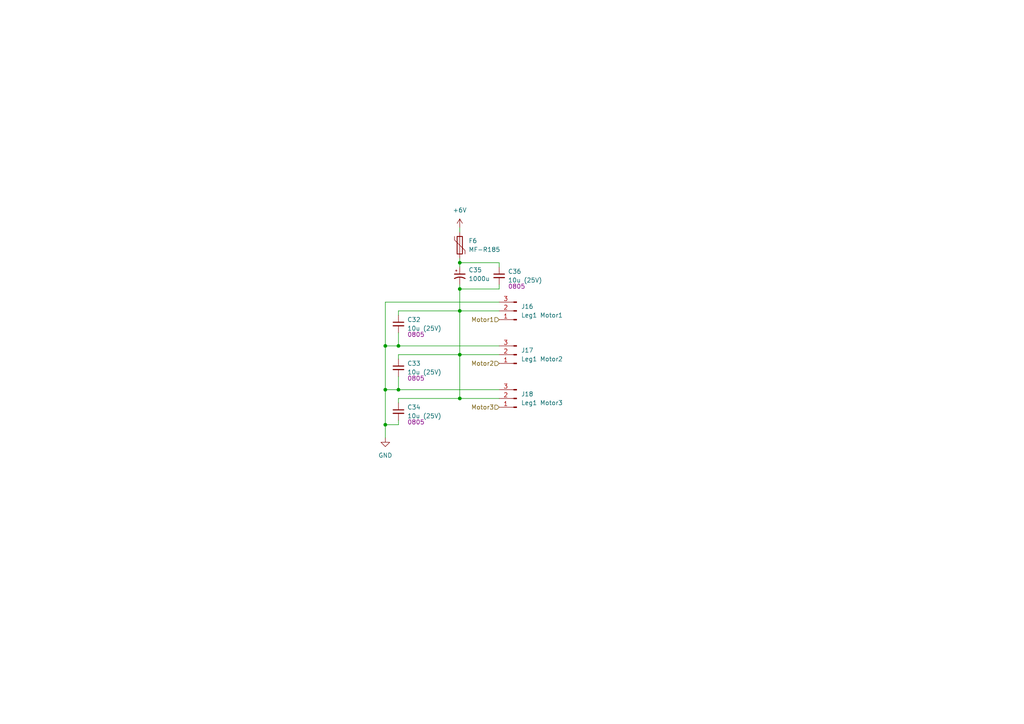
<source format=kicad_sch>
(kicad_sch (version 20250114) (generator "eeschema") (generator_version "9.0")
  (paper "A4")
  (lib_symbols
    (symbol "Connector:Conn_01x03_Pin" (pin_names (offset 1.016) (hide yes))
      (property "Reference" "J" (at 0 5.08 0))
      (property "Value" "Conn_01x03_Pin" (at 0 -5.08 0))
      (symbol "Conn_01x03_Pin_1_1"
        (rectangle (start 0.8636 2.667) (end 0 2.413) (stroke (width 0.1524)) (fill (type outline)))
        (rectangle (start 0.8636 0.127) (end 0 -0.127) (stroke (width 0.1524)) (fill (type outline)))
        (rectangle (start 0.8636 -2.413) (end 0 -2.667) (stroke (width 0.1524)) (fill (type outline)))
        (polyline (pts (xy 1.27 2.54) (xy 0.8636 2.54)) (stroke (width 0.1524)))
        (polyline (pts (xy 1.27 0) (xy 0.8636 0)) (stroke (width 0.1524)))
        (polyline (pts (xy 1.27 -2.54) (xy 0.8636 -2.54)) (stroke (width 0.1524)))
        (pin passive line (at 5.08 2.54 180) (length 3.81) (name "Pin_1") (number "1"))
        (pin passive line (at 5.08 0 180) (length 3.81) (name "Pin_2") (number "2"))
        (pin passive line (at 5.08 -2.54 180) (length 3.81) (name "Pin_3") (number "3"))
      )
    )
    (symbol "Device:C_Polarized_Small_US" (pin_numbers (hide yes)) (pin_names (offset 0.254) (hide yes))
      (property "Reference" "C" (at 0.254 1.778 0))
      (property "Value" "C_Polarized_Small_US" (at 0.254 -2.032 0))
      (symbol "C_Polarized_Small_US_0_1"
        (polyline (pts (xy -1.524 0.508) (xy 1.524 0.508)) (stroke (width 0.3048)))
        (polyline (pts (xy -1.27 1.524) (xy -0.762 1.524)))
        (polyline (pts (xy -1.016 1.27) (xy -1.016 1.778)))
        (arc (start -1.524 -0.762) (mid 0 -0.3734) (end 1.524 -0.762) (stroke (width 0.3048)))
      )
      (symbol "C_Polarized_Small_US_1_1"
        (pin passive line (at 0 2.54 270) (length 2.032) (name "~") (number "1"))
        (pin passive line (at 0 -2.54 90) (length 2.032) (name "~") (number "2"))
      )
    )
    (symbol "Device:C_Small" (pin_numbers (hide yes)) (pin_names (offset 0.254) (hide yes))
      (property "Reference" "C" (at 0.254 1.778 0))
      (property "Value" "C_Small" (at 0.254 -2.032 0))
      (symbol "C_Small_0_1"
        (polyline (pts (xy -1.524 0.508) (xy 1.524 0.508)) (stroke (width 0.3048)))
        (polyline (pts (xy -1.524 -0.508) (xy 1.524 -0.508)) (stroke (width 0.3302)))
      )
      (symbol "C_Small_1_1"
        (pin passive line (at 0 2.54 270) (length 2.032) (name "~") (number "1"))
        (pin passive line (at 0 -2.54 90) (length 2.032) (name "~") (number "2"))
      )
    )
    (symbol "Device:Polyfuse" (pin_numbers (hide yes)) (pin_names (offset 0))
      (property "Reference" "F" (at -2.54 0 90))
      (property "Value" "Polyfuse" (at 2.54 0 90))
      (symbol "Polyfuse_0_1"
        (polyline (pts (xy -1.524 2.54) (xy -1.524 1.524) (xy 1.524 -1.524) (xy 1.524 -2.54)))
        (rectangle (start -0.762 2.54) (end 0.762 -2.54) (stroke (width 0.254)))
        (polyline (pts (xy 0 2.54) (xy 0 -2.54)))
      )
      (symbol "Polyfuse_1_1"
        (pin passive line (at 0 3.81 270) (length 1.27) (name "~") (number "1"))
        (pin passive line (at 0 -3.81 90) (length 1.27) (name "~") (number "2"))
      )
    )
    (symbol "power:+6V" (power) (pin_numbers (hide yes)) (pin_names (offset 0) (hide yes))
      (property "Value" "+6V" (at 0 3.556 0))
      (symbol "+6V_0_1"
        (polyline (pts (xy -0.762 1.27) (xy 0 2.54)))
        (polyline (pts (xy 0 2.54) (xy 0.762 1.27)))
        (polyline (pts (xy 0 0) (xy 0 2.54)))
      )
      (symbol "+6V_1_1"
        (pin power_in line (at 0 0 90) (length 0) (name "~") (number "1"))
      )
    )
    (symbol "power:GND" (power) (pin_numbers (hide yes)) (pin_names (offset 0) (hide yes))
      (property "Value" "GND" (at 0 -3.81 0))
      (symbol "GND_0_1"
        (polyline (pts (xy 0 0) (xy 0 -1.27) (xy 1.27 -1.27) (xy 0 -2.54) (xy -1.27 -1.27) (xy 0 -1.27)))
      )
      (symbol "GND_1_1"
        (pin power_in line (at 0 0 270) (length 0) (name "~") (number "1"))
      )
    )
  )
  (junction (at 111.76 113.03))
  (junction (at 111.76 123.19))
  (junction (at 133.35 102.87))
  (junction (at 133.35 115.57))
  (junction (at 133.35 76.2))
  (junction (at 115.57 100.33))
  (junction (at 111.76 100.33))
  (junction (at 133.35 83.82))
  (junction (at 133.35 90.17))
  (junction (at 115.57 113.03))
  (wire (pts (xy 115.57 113.03) (xy 144.78 113.03)))
  (wire (pts (xy 115.57 109.22) (xy 115.57 113.03)))
  (wire (pts (xy 111.76 123.19) (xy 111.76 127)))
  (wire (pts (xy 144.78 83.82) (xy 144.78 82.55)))
  (wire (pts (xy 133.35 83.82) (xy 133.35 90.17)))
  (wire (pts (xy 133.35 102.87) (xy 133.35 115.57)))
  (wire (pts (xy 133.35 102.87) (xy 144.78 102.87)))
  (wire (pts (xy 111.76 87.63) (xy 144.78 87.63)))
  (wire (pts (xy 115.57 90.17) (xy 115.57 91.44)))
  (wire (pts (xy 115.57 121.92) (xy 115.57 123.19)))
  (wire (pts (xy 111.76 87.63) (xy 111.76 100.33)))
  (wire (pts (xy 133.35 83.82) (xy 144.78 83.82)))
  (wire (pts (xy 133.35 74.93) (xy 133.35 76.2)))
  (wire (pts (xy 133.35 82.55) (xy 133.35 83.82)))
  (wire (pts (xy 115.57 123.19) (xy 111.76 123.19)))
  (wire (pts (xy 111.76 100.33) (xy 111.76 113.03)))
  (wire (pts (xy 133.35 76.2) (xy 133.35 77.47)))
  (wire (pts (xy 111.76 113.03) (xy 115.57 113.03)))
  (wire (pts (xy 115.57 90.17) (xy 133.35 90.17)))
  (wire (pts (xy 115.57 102.87) (xy 133.35 102.87)))
  (wire (pts (xy 115.57 102.87) (xy 115.57 104.14)))
  (wire (pts (xy 133.35 90.17) (xy 144.78 90.17)))
  (wire (pts (xy 111.76 113.03) (xy 111.76 123.19)))
  (wire (pts (xy 115.57 96.52) (xy 115.57 100.33)))
  (wire (pts (xy 115.57 115.57) (xy 133.35 115.57)))
  (wire (pts (xy 133.35 76.2) (xy 144.78 76.2)))
  (wire (pts (xy 133.35 90.17) (xy 133.35 102.87)))
  (wire (pts (xy 111.76 100.33) (xy 115.57 100.33)))
  (wire (pts (xy 115.57 100.33) (xy 144.78 100.33)))
  (wire (pts (xy 144.78 76.2) (xy 144.78 77.47)))
  (wire (pts (xy 115.57 115.57) (xy 115.57 116.84)))
  (wire (pts (xy 133.35 66.04) (xy 133.35 67.31)))
  (wire (pts (xy 133.35 115.57) (xy 144.78 115.57)))
  (hierarchical_label "Motor2" (shape input) (at 144.78 105.41 180))
  (hierarchical_label "Motor1" (shape input) (at 144.78 92.71 180))
  (hierarchical_label "Motor3" (shape input) (at 144.78 118.11 180))
  (symbol (lib_id "Connector:Conn_01x03_Pin") (at 149.86 115.57 180) (unit 1)
    (property "Reference" "J18" (at 151.13 114.2999 0) (effects (justify right)))
    (property "Value" "Leg1 Motor3" (at 151.13 116.8399 0) (effects (justify right)))
    (property "Footprint" "Connector_PinSocket_2.54mm:PinSocket_1x03_P2.54mm_Vertical" (effects (hide yes)))
    (property "Description" "Generic connector, single row, 01x03, script generated" (effects (hide yes)))
    (instances (project "Project-Star" (path "" (reference "J18") (unit 1)) (path "" (reference "J9") (unit 1)) (path "" (reference "J6") (unit 1)) (path "" (reference "J15") (unit 1)) (path "" (reference "J3") (unit 1)) (path "" (reference "J12") (unit 1))))
  )
  (symbol (lib_id "power:+6V") (at 133.35 66.04 0) (unit 1)
    (property "Reference" "#PWR027" (effects (hide yes)))
    (property "Value" "+6V" (at 133.35 60.96 0))
    (property "Description" "Power symbol creates a global label with name \"+6V\"" (effects (hide yes)))
    (instances (project "Project-Star" (path "" (reference "#PWR027") (unit 1)) (path "" (reference "#PWR021") (unit 1)) (path "" (reference "#PWR019") (unit 1)) (path "" (reference "#PWR025") (unit 1)) (path "" (reference "#PWR017") (unit 1)) (path "" (reference "#PWR023") (unit 1))))
  )
  (symbol (lib_id "Connector:Conn_01x03_Pin") (at 149.86 102.87 180) (unit 1)
    (property "Reference" "J17" (at 151.13 101.5999 0) (effects (justify right)))
    (property "Value" "Leg1 Motor2" (at 151.13 104.1399 0) (effects (justify right)))
    (property "Footprint" "Connector_PinSocket_2.54mm:PinSocket_1x03_P2.54mm_Vertical" (effects (hide yes)))
    (property "Description" "Generic connector, single row, 01x03, script generated" (effects (hide yes)))
    (instances (project "Project-Star" (path "" (reference "J17") (unit 1)) (path "" (reference "J8") (unit 1)) (path "" (reference "J5") (unit 1)) (path "" (reference "J14") (unit 1)) (path "" (reference "J2") (unit 1)) (path "" (reference "J11") (unit 1))))
  )
  (symbol (lib_id "Connector:Conn_01x03_Pin") (at 149.86 90.17 180) (unit 1)
    (property "Reference" "J16" (at 151.13 88.8999 0) (effects (justify right)))
    (property "Value" "Leg1 Motor1" (at 151.13 91.4399 0) (effects (justify right)))
    (property "Footprint" "Connector_PinSocket_2.54mm:PinSocket_1x03_P2.54mm_Vertical" (effects (hide yes)))
    (property "Description" "Generic connector, single row, 01x03, script generated" (effects (hide yes)))
    (instances (project "Project-Star" (path "" (reference "J16") (unit 1)) (path "" (reference "J7") (unit 1)) (path "" (reference "J4") (unit 1)) (path "" (reference "J13") (unit 1)) (path "" (reference "J1") (unit 1)) (path "" (reference "J10") (unit 1))))
  )
  (symbol (lib_id "Device:Polyfuse") (at 133.35 71.12 0) (unit 1)
    (property "Reference" "F6" (at 135.89 69.8499 0) (effects (justify left)))
    (property "Value" "MF-R185" (at 135.89 72.3899 0) (effects (justify left)))
    (property "Description" "Resettable fuse, polymeric positive temperature coefficient" (effects (hide yes)))
    (instances (project "Project-Star" (path "" (reference "F6") (unit 1)) (path "" (reference "F3") (unit 1)) (path "" (reference "F2") (unit 1)) (path "" (reference "F5") (unit 1)) (path "" (reference "F1") (unit 1)) (path "" (reference "F4") (unit 1))))
  )
  (symbol (lib_id "Device:C_Small") (at 115.57 106.68 0) (unit 1)
    (property "Reference" "C33" (at 118.11 105.4162 0) (effects (justify left)))
    (property "Value" "10u (25V)" (at 118.11 107.9562 0) (effects (justify left)))
    (property "Description" "0805" (at 120.65 109.728 0))
    (instances (project "Project-Star" (path "" (reference "C33") (unit 1)) (path "" (reference "C18") (unit 1)) (path "" (reference "C13") (unit 1)) (path "" (reference "C28") (unit 1)) (path "" (reference "C8") (unit 1)) (path "" (reference "C23") (unit 1))))
  )
  (symbol (lib_id "power:GND") (at 111.76 127 0) (unit 1)
    (property "Reference" "#PWR026" (effects (hide yes)))
    (property "Value" "GND" (at 111.76 132.08 0))
    (property "Description" "Power symbol creates a global label with name \"GND\" , ground" (effects (hide yes)))
    (instances (project "Project-Star" (path "" (reference "#PWR026") (unit 1)) (path "" (reference "#PWR020") (unit 1)) (path "" (reference "#PWR018") (unit 1)) (path "" (reference "#PWR024") (unit 1)) (path "" (reference "#PWR016") (unit 1)) (path "" (reference "#PWR022") (unit 1))))
  )
  (symbol (lib_id "Device:C_Small") (at 115.57 119.38 0) (unit 1)
    (property "Reference" "C34" (at 118.11 118.1162 0) (effects (justify left)))
    (property "Value" "10u (25V)" (at 118.11 120.6562 0) (effects (justify left)))
    (property "Description" "0805" (at 120.65 122.428 0))
    (instances (project "Project-Star" (path "" (reference "C34") (unit 1)) (path "" (reference "C19") (unit 1)) (path "" (reference "C14") (unit 1)) (path "" (reference "C29") (unit 1)) (path "" (reference "C9") (unit 1)) (path "" (reference "C24") (unit 1))))
  )
  (symbol (lib_id "Device:C_Small") (at 144.78 80.01 0) (unit 1)
    (property "Reference" "C36" (at 147.32 78.7462 0) (effects (justify left)))
    (property "Value" "10u (25V)" (at 147.32 81.2862 0) (effects (justify left)))
    (property "Description" "0805" (at 149.86 83.058 0))
    (instances (project "Project-Star" (path "" (reference "C36") (unit 1)) (path "" (reference "C21") (unit 1)) (path "" (reference "C16") (unit 1)) (path "" (reference "C31") (unit 1)) (path "" (reference "C11") (unit 1)) (path "" (reference "C26") (unit 1))))
  )
  (symbol (lib_id "Device:C_Small") (at 115.57 93.98 0) (unit 1)
    (property "Reference" "C32" (at 118.11 92.7162 0) (effects (justify left)))
    (property "Value" "10u (25V)" (at 118.11 95.2562 0) (effects (justify left)))
    (property "Description" "0805" (at 120.65 97.028 0))
    (instances (project "Project-Star" (path "" (reference "C32") (unit 1)) (path "" (reference "C17") (unit 1)) (path "" (reference "C12") (unit 1)) (path "" (reference "C27") (unit 1)) (path "" (reference "C7") (unit 1)) (path "" (reference "C22") (unit 1))))
  )
  (symbol (lib_id "Device:C_Polarized_Small_US") (at 133.35 80.01 0) (unit 1)
    (property "Reference" "C35" (at 135.89 78.3081 0) (effects (justify left)))
    (property "Value" "1000u" (at 135.89 80.8481 0) (effects (justify left)))
    (property "Description" "Polarized capacitor, small US symbol" (effects (hide yes)))
    (instances (project "Project-Star" (path "" (reference "C35") (unit 1)) (path "" (reference "C20") (unit 1)) (path "" (reference "C15") (unit 1)) (path "" (reference "C30") (unit 1)) (path "" (reference "C10") (unit 1)) (path "" (reference "C25") (unit 1))))
  )
)
</source>
